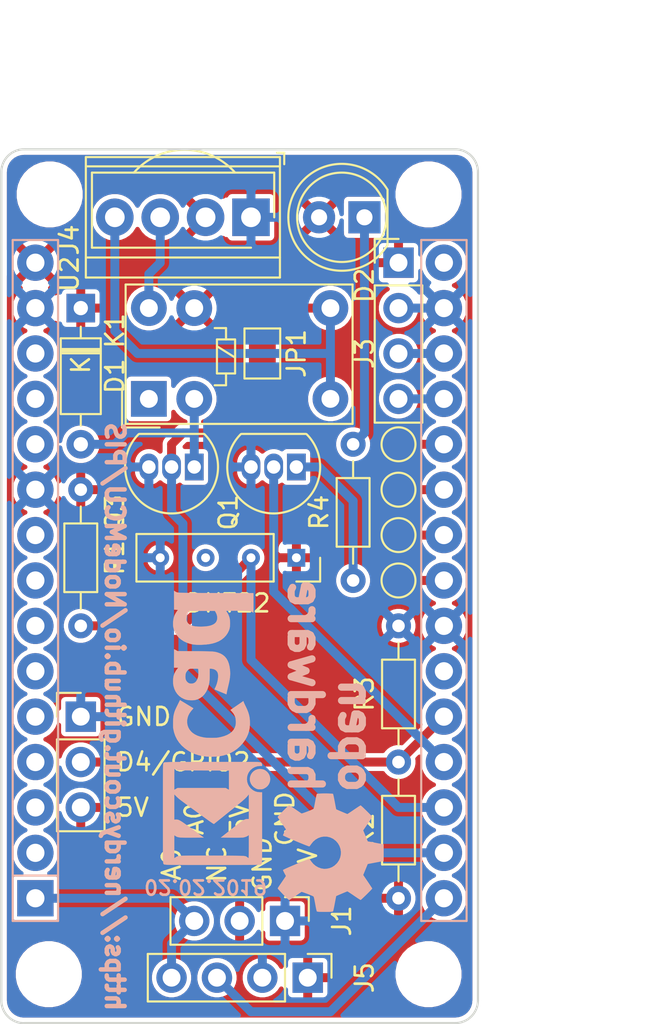
<source format=kicad_pcb>
(kicad_pcb (version 20171130) (host pcbnew 5.1.5-52549c5~86~ubuntu18.04.1)
  (title_block (title NodeMCU_PIS) (date 2020-03-29) (company https://nerdyscout.github.io/NodeMCU/PIS))
  (layers (0 F.Cu mixed) (31 B.Cu mixed) (34 B.Paste user) (35 F.Paste user) (36 B.SilkS user) (37 F.SilkS user) (38 B.Mask user) (39 F.Mask user) (44 Edge.Cuts user))
  (net 0 "")
  (net 1 GND)
  (net 2 +5V)
  (net 3 A0)
  (net 4 RxD)
  (net 5 TxD)
  (net 6 DHT)
  (net 7 "Net-(J4-Pad3)")
  (net 8 Relay)
  (net 9 "Net-(D1-Pad2)")
  (net 10 "Net-(D2-Pad1)")
  (net 11 LED)
  (net 12 "Net-(Q1-Pad1)")
  (net 13 "Net-(TP1-Pad1)")
  (net 14 "Net-(TP2-Pad1)")
  (net 15 "Net-(TP3-Pad1)")
  (net 16 "Net-(TP4-Pad1)")
  (net 17 Dig)
  (net 18 Contact)
  (net 19 "Net-(J4-Pad4)")
  (module Jumper:SolderJumper-2_P1.3mm_Open_Pad1.0x1.5mm (layer F.Cu) (at 133.985 114.3 90)
    (fp_text reference JP1 (at 0 1.905 90) (layer F.SilkS))
    (fp_text value Jumper_2_Open)
    (pad 1 smd rect (at -0.65 0 90) (size 1 1.5) (layers F.Cu F.Mask) (net 8 Relay))
    (pad 2 smd rect (at 0.65 0 90) (size 1 1.5) (layers F.Cu F.Mask) (net 19 "Net-(J4-Pad4)"))
  )
  (module TerminalBlock_TE-Connectivity:TerminalBlock_TE_282834-4_1x04_P2.54mm_Horizontal (layer F.Cu) (at 133.35 106.68 180)
    (fp_text reference J4 (at 10.16 -1.27 270) (layer F.SilkS))
    (fp_text value Screw_Terminal_01x04 hide)
    (pad 4 thru_hole circle (at 7.62 0 180) (size 2.1 2.1) (drill 1.1) (layers *.Cu *.Mask) (net 19 "Net-(J4-Pad4)"))
    (pad 3 thru_hole circle (at 5.08 0 180) (size 2.1 2.1) (drill 1.1) (layers *.Cu *.Mask) (net 7 "Net-(J4-Pad3)"))
    (pad 2 thru_hole circle (at 2.54 0 180) (size 2.1 2.1) (drill 1.1) (layers *.Cu *.Mask) (net 2 +5V))
    (pad 1 thru_hole rect (at 0 0 180) (size 2.1 2.1) (drill 1.1) (layers *.Cu *.Mask) (net 1 GND))
  )
  (module OptoDevice:Vishay_CAST-3Pin (layer F.Cu) (at 133.35 106.68 180)
    (fp_text reference U2 (at 10.16 -3.175 270) (layer F.SilkS))
    (fp_text value TSOP17xx hide)
    (pad 3 thru_hole circle (at 7.62 0 180) (size 1.4 1.4) (drill 0.7) (layers *.Cu *.Mask) (net 19 "Net-(J4-Pad4)"))
    (pad 2 thru_hole circle (at 2.54 0 180) (size 1.4 1.4) (drill 0.7) (layers *.Cu *.Mask) (net 2 +5V))
    (pad 1 thru_hole roundrect (at 0 0 180) (size 1.4 1.4) (drill 0.7) (layers *.Cu *.Mask) (roundrect_rratio 0.178) (net 1 GND))
  )
  (module Connector_PinHeader_2.54mm:PinHeader_1x04_P2.54mm_Vertical (layer F.Cu) (at 136.525 149.225 270)
    (fp_text reference J5 (at 0 -3.175 270) (layer F.SilkS))
    (fp_text value "Resistive Sensor")
    (pad 4 thru_hole oval (at 0 7.62 270) (size 1.7 1.7) (drill 1) (layers *.Cu *.Mask) (net 3 A0))
    (pad 3 thru_hole oval (at 0 5.08 270) (size 1.7 1.7) (drill 1) (layers *.Cu *.Mask) (net 17 Dig))
    (pad 2 thru_hole oval (at 0 2.54 270) (size 1.7 1.7) (drill 1) (layers *.Cu *.Mask) (net 1 GND))
    (pad 1 thru_hole rect (at 0 0 270) (size 1.7 1.7) (drill 1) (layers *.Cu *.Mask) (net 2 +5V))
  )
  (module Connector_PinSocket_2.54mm:PinSocket_1x04_P2.54mm_Vertical (layer F.Cu) (at 135.89 125.73 270)
    (fp_text reference U4 hide)
    (fp_text value DHT11)
    (pad 4 thru_hole oval (at 0 7.62 270) (size 1 1) (drill 0.5) (layers *.Cu *.Mask) (net 1 GND))
    (pad 3 thru_hole oval (at 0 5.08 270) (size 1 1) (drill 0.5) (layers *.Cu *.Mask))
    (pad 2 thru_hole oval (at 0 2.54 270) (size 1 1) (drill 0.5) (layers *.Cu *.Mask) (net 6 DHT))
    (pad 1 thru_hole rect (at 0 0 270) (size 1 1) (drill 0.5) (layers *.Cu *.Mask) (net 2 +5V))
  )
  (module TestPoint:TestPoint_Pad_D1.5mm (layer F.Cu) (at 141.605 119.38)
    (fp_text reference TP4 hide)
    (fp_text value CS)
    (pad 1 smd circle (at 0 0) (size 1.5 1.5) (layers F.Cu F.Mask) (net 16 "Net-(TP4-Pad1)"))
  )
  (module TestPoint:TestPoint_Pad_D1.5mm (layer F.Cu) (at 141.605 121.92)
    (fp_text reference TP3 hide)
    (fp_text value MOSI)
    (pad 1 smd circle (at 0 0) (size 1.5 1.5) (layers F.Cu F.Mask) (net 15 "Net-(TP3-Pad1)"))
  )
  (module TestPoint:TestPoint_Pad_D1.5mm (layer F.Cu) (at 141.605 124.46)
    (fp_text reference TP2 hide)
    (fp_text value MISO)
    (pad 1 smd circle (at 0 0) (size 1.5 1.5) (layers F.Cu F.Mask) (net 14 "Net-(TP2-Pad1)"))
  )
  (module TestPoint:TestPoint_Pad_D1.5mm (layer F.Cu) (at 141.605 127)
    (fp_text reference TP1 hide)
    (fp_text value CLK)
    (pad 1 smd circle (at 0 0) (size 1.5 1.5) (layers F.Cu F.Mask) (net 13 "Net-(TP1-Pad1)"))
  )
  (module Resistor_THT:R_Axial_DIN0204_L3.6mm_D1.6mm_P7.62mm_Horizontal (layer F.Cu) (at 139.065 127 90)
    (fp_text reference R4 (at 3.81 -1.905 90) (layer F.SilkS))
    (fp_text value 100)
    (pad 2 thru_hole oval (at 7.62 0 90) (size 1.4 1.4) (drill 0.7) (layers *.Cu *.Mask) (net 10 "Net-(D2-Pad1)"))
    (pad 1 thru_hole circle (at 0 0 90) (size 1.4 1.4) (drill 0.7) (layers *.Cu *.Mask) (net 12 "Net-(Q1-Pad1)"))
  )
  (module LED_THT:LED_D5.0mm (layer F.Cu) (at 139.7 106.68 180)
    (fp_text reference D2 (at 0 -3.81 270) (layer F.SilkS))
    (fp_text value LED)
    (pad 2 thru_hole circle (at 2.54 0 180) (size 1.8 1.8) (drill 0.9) (layers *.Cu *.Mask) (net 2 +5V))
    (pad 1 thru_hole rect (at 0 0 180) (size 1.8 1.8) (drill 0.9) (layers *.Cu *.Mask) (net 10 "Net-(D2-Pad1)"))
  )
  (module Package_TO_SOT_THT:TO-92_Inline (layer F.Cu) (at 135.89 120.65 180)
    (fp_text reference Q1 (at 3.81 -2.54 270) (layer F.SilkS))
    (fp_text value BC547)
    (pad 1 thru_hole rect (at 0 0 180) (size 1.05 1.5) (drill 0.75) (layers *.Cu *.Mask) (net 12 "Net-(Q1-Pad1)"))
    (pad 3 thru_hole oval (at 2.54 0 180) (size 1.05 1.5) (drill 0.75) (layers *.Cu *.Mask) (net 1 GND))
    (pad 2 thru_hole oval (at 1.27 0 180) (size 1.05 1.5) (drill 0.75) (layers *.Cu *.Mask) (net 11 LED))
  )
  (module Diode_THT:D_DO-35_SOD27_P7.62mm_Horizontal (layer F.Cu) (at 123.825 111.76 270)
    (fp_text reference D1 (at 3.81 -1.905 270) (layer F.SilkS))
    (fp_text value 1N4148)
    (fp_text user K (at 3.175 0 270) (layer F.SilkS))
    (pad 2 thru_hole oval (at 7.62 0 270) (size 1.6 1.6) (drill 0.8) (layers *.Cu *.Mask) (net 9 "Net-(D1-Pad2)"))
    (pad 1 thru_hole rect (at 0 0 270) (size 1.6 1.6) (drill 0.8) (layers *.Cu *.Mask) (net 2 +5V))
  )
  (module Symbol:KiCad-Logo_6mm_SilkScreen (layer B.Cu) (at 131.445 135.255 90)
    (fp_text reference LOGO2 hide)
    (fp_text value Logo_Open_Hardware_Small hide)
  )
  (module Relay_THT:Relay_SPDT_Omron_G5V-1 (layer F.Cu) (at 127.635 116.84 90)
    (fp_text reference K1 (at 3.81 -1.905 270) (layer F.SilkS))
    (fp_text value G5V-1)
    (pad 10 thru_hole circle (at 5.08 0 90) (size 2 2) (drill 1) (layers *.Cu *.Mask) (net 7 "Net-(J4-Pad3)"))
    (pad 9 thru_hole circle (at 5.08 2.54 90) (size 2 2) (drill 1) (layers *.Cu *.Mask) (net 2 +5V))
    (pad 1 thru_hole rect (at 0 0 90) (size 2 2) (drill 1) (layers *.Cu *.Mask))
    (pad 2 thru_hole circle (at 0 2.54 90) (size 2 2) (drill 1) (layers *.Cu *.Mask) (net 9 "Net-(D1-Pad2)"))
    (pad 6 thru_hole circle (at 5.08 10.16 90) (size 2 2) (drill 1) (layers *.Cu *.Mask) (net 19 "Net-(J4-Pad4)"))
    (pad 5 thru_hole circle (at 0 10.16 90) (size 2 2) (drill 1) (layers *.Cu *.Mask) (net 19 "Net-(J4-Pad4)"))
  )
  (module Resistor_THT:R_Axial_DIN0204_L3.6mm_D1.6mm_P7.62mm_Horizontal (layer F.Cu) (at 141.605 129.54 270)
    (fp_text reference R3 (at 3.81 1.905 90) (layer F.SilkS))
    (fp_text value 10k)
    (pad 2 thru_hole oval (at 7.62 0 270) (size 1.4 1.4) (drill 0.7) (layers *.Cu *.Mask) (net 18 Contact))
    (pad 1 thru_hole circle (at 0 0 270) (size 1.4 1.4) (drill 0.7) (layers *.Cu *.Mask) (net 1 GND))
  )
  (module Resistor_THT:R_Axial_DIN0204_L3.6mm_D1.6mm_P7.62mm_Horizontal (layer F.Cu) (at 141.605 137.16 270)
    (fp_text reference R2 (at 3.81 1.905 90) (layer F.SilkS))
    (fp_text value 10k)
    (pad 2 thru_hole oval (at 7.62 0 270) (size 1.4 1.4) (drill 0.7) (layers *.Cu *.Mask) (net 2 +5V))
    (pad 1 thru_hole circle (at 0 0 270) (size 1.4 1.4) (drill 0.7) (layers *.Cu *.Mask) (net 18 Contact))
  )
  (module Package_TO_SOT_THT:TO-92_Inline (layer F.Cu) (at 130.175 120.65 180)
    (fp_text reference Q3 (at 4.445 -2.54 90) (layer F.SilkS))
    (fp_text value BC547)
    (pad 1 thru_hole rect (at 0 0 180) (size 1.05 1.5) (drill 0.75) (layers *.Cu *.Mask) (net 9 "Net-(D1-Pad2)"))
    (pad 3 thru_hole oval (at 2.54 0 180) (size 1.05 1.5) (drill 0.75) (layers *.Cu *.Mask) (net 1 GND))
    (pad 2 thru_hole oval (at 1.27 0 180) (size 1.05 1.5) (drill 0.75) (layers *.Cu *.Mask) (net 8 Relay))
  )
  (module Connector_PinHeader_2.54mm:PinHeader_1x03_P2.54mm_Vertical (layer F.Cu) (at 123.825 134.62)
    (fp_text reference J2 hide)
    (fp_text value Conn_01x03 hide)
    (pad 3 thru_hole oval (at 0 5.08) (size 1.7 1.7) (drill 1) (layers *.Cu *.Mask) (net 2 +5V))
    (pad 2 thru_hole oval (at 0 2.54) (size 1.7 1.7) (drill 1) (layers *.Cu *.Mask) (net 18 Contact))
    (pad 1 thru_hole rect (at 0 0) (size 1.7 1.7) (drill 1) (layers *.Cu *.Mask) (net 1 GND))
  )
  (module Module:NodeMCU_Amica (layer B.Cu) (at 121.285 144.78)
    (fp_text reference U1 hide)
    (fp_text value "NodeMCU1.0(ESP-12E)")
    (pad "" np_thru_hole circle (at 0.75 4.25) (size 3.2 3.2) (drill 3.2) (layers *.Cu *.Mask))
    (pad "" np_thru_hole circle (at 22 4.25) (size 3.2 3.2) (drill 3.2) (layers *.Cu *.Mask))
    (pad "" np_thru_hole circle (at 22 -39.38) (size 3.2 3.2) (drill 3.2) (layers *.Cu *.Mask))
    (pad "" np_thru_hole circle (at 0.8 -39.38) (size 3.2 3.2) (drill 3.2) (layers *.Cu *.Mask))
    (pad 29 thru_hole circle (at 22.86 -2.54) (size 2.032 2.032) (drill 1.016) (layers *.Cu *.Mask) (net 8 Relay))
    (pad 27 thru_hole circle (at 22.86 -7.62) (size 2.032 2.032) (drill 1.016) (layers *.Cu *.Mask) (net 11 LED))
    (pad 28 thru_hole circle (at 22.86 -5.08) (size 2.032 2.032) (drill 1.016) (layers *.Cu *.Mask) (net 6 DHT))
    (pad 20 thru_hole circle (at 22.86 -25.4) (size 2.032 2.032) (drill 1.016) (layers *.Cu *.Mask) (net 16 "Net-(TP4-Pad1)"))
    (pad 21 thru_hole circle (at 22.86 -22.86) (size 2.032 2.032) (drill 1.016) (layers *.Cu *.Mask) (net 15 "Net-(TP3-Pad1)"))
    (pad 23 thru_hole circle (at 22.86 -17.78) (size 2.032 2.032) (drill 1.016) (layers *.Cu *.Mask) (net 13 "Net-(TP1-Pad1)"))
    (pad 22 thru_hole circle (at 22.86 -20.32) (size 2.032 2.032) (drill 1.016) (layers *.Cu *.Mask) (net 14 "Net-(TP2-Pad1)"))
    (pad 16 thru_hole circle (at 22.86 -35.56) (size 2.032 2.032) (drill 1.016) (layers *.Cu *.Mask))
    (pad 24 thru_hole circle (at 22.86 -15.24) (size 2.032 2.032) (drill 1.016) (layers *.Cu *.Mask) (net 1 GND))
    (pad 26 thru_hole circle (at 22.86 -10.16) (size 2.032 2.032) (drill 1.016) (layers *.Cu *.Mask) (net 18 Contact))
    (pad 25 thru_hole circle (at 22.86 -12.7) (size 2.032 2.032) (drill 1.016) (layers *.Cu *.Mask))
    (pad 19 thru_hole circle (at 22.86 -27.94) (size 2.032 2.032) (drill 1.016) (layers *.Cu *.Mask) (net 4 RxD))
    (pad 17 thru_hole circle (at 22.86 -33.02) (size 2.032 2.032) (drill 1.016) (layers *.Cu *.Mask) (net 1 GND))
    (pad 18 thru_hole circle (at 22.86 -30.48) (size 2.032 2.032) (drill 1.016) (layers *.Cu *.Mask) (net 5 TxD))
    (pad 30 thru_hole circle (at 22.86 0) (size 2.032 2.032) (drill 1.016) (layers *.Cu *.Mask) (net 17 Dig))
    (pad 15 thru_hole circle (at 0 -35.56) (size 2.032 2.032) (drill 1.016) (layers *.Cu *.Mask) (net 2 +5V))
    (pad 14 thru_hole circle (at 0 -33.02) (size 2.032 2.032) (drill 1.016) (layers *.Cu *.Mask) (net 1 GND))
    (pad 13 thru_hole circle (at 0 -30.48) (size 2.032 2.032) (drill 1.016) (layers *.Cu *.Mask))
    (pad 12 thru_hole circle (at 0 -27.94) (size 2.032 2.032) (drill 1.016) (layers *.Cu *.Mask))
    (pad 11 thru_hole circle (at 0 -25.4) (size 2.032 2.032) (drill 1.016) (layers *.Cu *.Mask))
    (pad 10 thru_hole circle (at 0 -22.86) (size 2.032 2.032) (drill 1.016) (layers *.Cu *.Mask) (net 1 GND))
    (pad 9 thru_hole circle (at 0 -20.32) (size 2.032 2.032) (drill 1.016) (layers *.Cu *.Mask))
    (pad 8 thru_hole circle (at 0 -17.78) (size 2.032 2.032) (drill 1.016) (layers *.Cu *.Mask))
    (pad 7 thru_hole circle (at 0 -15.24) (size 2.032 2.032) (drill 1.016) (layers *.Cu *.Mask))
    (pad 6 thru_hole circle (at 0 -12.7) (size 2.032 2.032) (drill 1.016) (layers *.Cu *.Mask))
    (pad 5 thru_hole circle (at 0 -10.16) (size 2.032 2.032) (drill 1.016) (layers *.Cu *.Mask))
    (pad 4 thru_hole circle (at 0 -7.62) (size 2.032 2.032) (drill 1.016) (layers *.Cu *.Mask))
    (pad 3 thru_hole circle (at 0 -5.08) (size 2.032 2.032) (drill 1.016) (layers *.Cu *.Mask))
    (pad 2 thru_hole circle (at 0 -2.54) (size 2.032 2.032) (drill 1.016) (layers *.Cu *.Mask))
    (pad 1 thru_hole rect (at 0 0) (size 2.032 2.032) (drill 1.016) (layers *.Cu *.Mask) (net 3 A0))
  )
  (module Connector_PinHeader_2.54mm:PinHeader_1x03_P2.54mm_Vertical (layer F.Cu) (at 135.255 146.05 270)
    (fp_text reference J1 (at 0 -3.175 270) (layer F.SilkS))
    (fp_text value "Capacitive Sensor" hide)
    (pad 3 thru_hole oval (at 0 5.08 270) (size 1.7 1.7) (drill 1) (layers *.Cu *.Mask) (net 3 A0))
    (pad 2 thru_hole oval (at 0 2.54 270) (size 1.7 1.7) (drill 1) (layers *.Cu *.Mask) (net 2 +5V))
    (pad 1 thru_hole rect (at 0 0 270) (size 1.7 1.7) (drill 1) (layers *.Cu *.Mask) (net 1 GND))
  )
  (module Resistor_THT:R_Axial_DIN0204_L3.6mm_D1.6mm_P7.62mm_Horizontal (layer F.Cu) (at 123.825 129.54 90)
    (fp_text reference R1 (at 3.81 1.905 270) (layer F.SilkS))
    (fp_text value 10k)
    (pad 2 thru_hole oval (at 7.62 0 90) (size 1.4 1.4) (drill 0.7) (layers *.Cu *.Mask) (net 2 +5V))
    (pad 1 thru_hole circle (at 0 0 90) (size 1.4 1.4) (drill 0.7) (layers *.Cu *.Mask) (net 6 DHT))
  )
  (module Connector_PinHeader_2.54mm:PinHeader_1x04_P2.54mm_Vertical (layer F.Cu) (at 141.605 109.22)
    (fp_text reference J3 (at -1.905 5.08 90) (layer F.SilkS))
    (fp_text value Serial hide)
    (pad 4 thru_hole oval (at 0 7.62) (size 1.7 1.7) (drill 1) (layers *.Cu *.Mask) (net 4 RxD))
    (pad 3 thru_hole oval (at 0 5.08) (size 1.7 1.7) (drill 1) (layers *.Cu *.Mask) (net 5 TxD))
    (pad 2 thru_hole oval (at 0 2.54) (size 1.7 1.7) (drill 1) (layers *.Cu *.Mask) (net 1 GND))
    (pad 1 thru_hole rect (at 0 0) (size 1.7 1.7) (drill 1) (layers *.Cu *.Mask) (net 2 +5V))
  )
  (module Symbol:OSHW-Symbol_6.7x6mm_SilkScreen (layer B.Cu) (at 137.795 142.24 90)
    (fp_text reference LOGO1 hide)
    (fp_text value Logo_Open_Hardware_Small hide)
  )
  (gr_text D4/GPIO2 (at 125.73 137.16) (layer F.SilkS) (effects (font (size 1 1)) (justify left)))
  (gr_text 5V (at 125.73 139.7) (layer F.SilkS) (effects (font (size 1 1)) (justify left)))
  (gr_text GND (at 125.73 134.62) (layer F.SilkS) (effects (font (size 1 1)) (justify left)))
  (gr_text A0 (at 130.175 140.335 90) (layer F.SilkS) (effects (font (size 1 1))))
  (gr_text 5V (at 136.525 142.875 90) (layer F.SilkS) (effects (font (size 1 1))))
  (gr_text GND (at 133.985 142.875 90) (layer F.SilkS) (effects (font (size 1 1))))
  (gr_text A0 (at 128.905 142.875 90) (layer F.SilkS) (effects (font (size 1 1))))
  (gr_text NC (at 131.445 142.875 90) (layer F.SilkS) (effects (font (size 1 1))))
  (gr_text GND (at 135.255 140.335 90) (layer F.SilkS) (effects (font (size 1 1))))
  (gr_text 5V (at 132.715 140.335 90) (layer F.SilkS) (effects (font (size 1 1))))
  (gr_text DHT22 (at 132.08 128.27) (layer F.SilkS) (effects (font (size 1 1))))
  (gr_text 02.02.2019 (at 130.81 144.145 180) (layer B.SilkS) (effects (font (size 0.8 0.8)) (justify mirror)))
  (gr_text "open\nhardware" (at 137.795 139.065 270) (layer B.SilkS) (effects (font (size 1.75 1.75) (thickness 0.4)) (justify left mirror)))
  (gr_text https://nerdyscout.github.io/NodeMCU/PIS (at 125.73 134.62 270) (layer B.SilkS) (effects (font (size 1 1) (thickness 0.25)) (justify mirror)))
  (gr_arc (start 120.65 104.14489) (end 120.65 102.87489) (angle -90) (layer Edge.Cuts) (width 0.12))
  (gr_arc (start 144.78 150.495) (end 144.78 151.765) (angle -90) (layer Edge.Cuts) (width 0.12))
  (gr_arc (start 144.78 104.14489) (end 146.05 104.14489) (angle -90) (layer Edge.Cuts) (width 0.12))
  (gr_arc (start 120.65 150.49989) (end 119.38 150.49989) (angle -90) (layer Edge.Cuts) (width 0.12))
  (gr_line (start 146.05 150.495) (end 146.05 104.14) (layer Edge.Cuts) (width 0.12))
  (gr_line (start 120.65 151.765) (end 144.78 151.765) (layer Edge.Cuts) (width 0.12))
  (gr_line (start 119.38 104.14) (end 119.38 150.495) (layer Edge.Cuts) (width 0.12))
  (gr_line (start 144.78 102.87489) (end 120.65 102.87489) (layer Edge.Cuts) (width 0.12))
  (segment (start 141.605 111.76) (end 144.145 111.76) (width 0.5) (layer B.Cu) (net 1))
  (segment (start 128.905 149.225) (end 128.905 147.32) (width 0.5) (layer B.Cu) (net 3))
  (segment (start 128.905 147.32) (end 130.175 146.05) (width 0.5) (layer B.Cu) (net 3))
  (segment (start 130.175 146.05) (end 128.905 144.78) (width 0.5) (layer B.Cu) (net 3))
  (segment (start 128.905 144.78) (end 121.285 144.78) (width 0.5) (layer B.Cu) (net 3))
  (segment (start 141.605 116.84) (end 144.145 116.84) (width 0.5) (layer B.Cu) (net 4))
  (segment (start 144.145 114.3) (end 141.605 114.3) (width 0.5) (layer B.Cu) (net 5))
  (segment (start 129.54 129.54) (end 123.825 129.54) (width 0.5) (layer F.Cu) (net 6))
  (segment (start 133.35 125.73) (end 129.54 129.54) (width 0.5) (layer F.Cu) (net 6))
  (segment (start 141.605 139.7) (end 133.35 131.445) (width 0.5) (layer B.Cu) (net 6))
  (segment (start 144.145 139.7) (end 141.605 139.7) (width 0.5) (layer B.Cu) (net 6))
  (segment (start 133.35 125.73) (end 133.35 131.445) (width 0.5) (layer B.Cu) (net 6))
  (segment (start 127.635 111.76) (end 127.635 109.855) (width 0.5) (layer B.Cu) (net 7))
  (segment (start 127.635 109.855) (end 128.27 109.22) (width 0.5) (layer B.Cu) (net 7))
  (segment (start 128.27 109.22) (end 128.27 106.68) (width 0.5) (layer B.Cu) (net 7))
  (segment (start 128.905 123.19) (end 128.905 120.65) (width 0.5) (layer B.Cu) (net 8))
  (segment (start 129.54 132.08) (end 129.54 123.825) (width 0.5) (layer B.Cu) (net 8))
  (segment (start 129.54 123.825) (end 128.905 123.19) (width 0.5) (layer B.Cu) (net 8))
  (segment (start 139.7 142.24) (end 129.54 132.08) (width 0.5) (layer B.Cu) (net 8))
  (segment (start 144.145 142.24) (end 139.7 142.24) (width 0.5) (layer B.Cu) (net 8))
  (segment (start 133.985 115.95) (end 131.19 118.745) (width 0.5) (layer F.Cu) (net 8))
  (segment (start 133.985 114.95) (end 133.985 115.95) (width 0.5) (layer F.Cu) (net 8))
  (segment (start 131.19 118.745) (end 129.54 118.745) (width 0.5) (layer F.Cu) (net 8))
  (segment (start 129.54 118.745) (end 128.905 119.38) (width 0.5) (layer F.Cu) (net 8))
  (segment (start 128.905 119.38) (end 128.905 120.65) (width 0.5) (layer F.Cu) (net 8))
  (segment (start 130.175 120.65) (end 130.175 118.745) (width 0.5) (layer B.Cu) (net 9))
  (segment (start 130.175 118.745) (end 130.175 116.84) (width 0.5) (layer B.Cu) (net 9))
  (segment (start 130.175 118.745) (end 126.365 118.745) (width 0.5) (layer B.Cu) (net 9))
  (segment (start 126.365 118.745) (end 125.73 119.38) (width 0.5) (layer B.Cu) (net 9))
  (segment (start 125.73 119.38) (end 123.825 119.38) (width 0.5) (layer B.Cu) (net 9))
  (segment (start 139.7 106.68) (end 139.7 118.745) (width 0.5) (layer B.Cu) (net 10))
  (segment (start 139.7 118.745) (end 139.065 119.38) (width 0.5) (layer B.Cu) (net 10))
  (segment (start 134.62 127) (end 134.62 120.65) (width 0.5) (layer B.Cu) (net 11))
  (segment (start 144.145 137.16) (end 134.62 127.635) (width 0.5) (layer B.Cu) (net 11))
  (segment (start 134.62 127.635) (end 134.62 127) (width 0.5) (layer B.Cu) (net 11))
  (segment (start 137.16 120.65) (end 135.89 120.65) (width 0.5) (layer B.Cu) (net 12))
  (segment (start 137.16 120.65) (end 139.065 122.555) (width 0.5) (layer B.Cu) (net 12))
  (segment (start 139.065 127) (end 139.065 122.555) (width 0.5) (layer B.Cu) (net 12))
  (segment (start 141.605 127) (end 144.145 127) (width 0.5) (layer F.Cu) (net 13))
  (segment (start 141.605 124.46) (end 144.145 124.46) (width 0.5) (layer F.Cu) (net 14))
  (segment (start 141.605 121.92) (end 144.145 121.92) (width 0.5) (layer F.Cu) (net 15))
  (segment (start 141.605 119.38) (end 144.145 119.38) (width 0.5) (layer F.Cu) (net 16))
  (segment (start 137.795 151.13) (end 141.2875 147.6375) (width 0.5) (layer B.Cu) (net 17))
  (segment (start 131.445 149.225) (end 133.35 151.13) (width 0.5) (layer B.Cu) (net 17))
  (segment (start 141.2875 147.6375) (end 144.145 144.78) (width 0.5) (layer B.Cu) (net 17))
  (segment (start 133.35 151.13) (end 137.795 151.13) (width 0.5) (layer B.Cu) (net 17))
  (segment (start 123.825 137.16) (end 141.605 137.16) (width 0.5) (layer F.Cu) (net 18))
  (segment (start 141.605 137.16) (end 144.145 134.62) (width 0.5) (layer F.Cu) (net 18))
  (segment (start 137.795 114.3) (end 127 114.3) (width 0.5) (layer B.Cu) (net 19))
  (segment (start 137.795 116.84) (end 137.795 114.3) (width 0.5) (layer B.Cu) (net 19))
  (segment (start 137.795 114.3) (end 137.795 111.76) (width 0.5) (layer B.Cu) (net 19))
  (segment (start 127 114.3) (end 125.73 113.03) (width 0.5) (layer B.Cu) (net 19))
  (segment (start 125.73 113.03) (end 125.73 106.68) (width 0.5) (layer B.Cu) (net 19))
  (segment (start 137.795 111.76) (end 136.380787 111.76) (width 0.5) (layer F.Cu) (net 19))
  (segment (start 136.380787 111.76) (end 134.62 111.76) (width 0.5) (layer F.Cu) (net 19))
  (segment (start 134.62 111.76) (end 133.985 112.395) (width 0.5) (layer F.Cu) (net 19))
  (segment (start 133.985 112.395) (end 133.985 113.665) (width 0.5) (layer F.Cu) (net 19))
  (zone (net 1) (net_name GND) (layer B.Cu) (connect_pads (clearance 0.25)) (min_thickness 0.25) (fill yes (arc_segments 16) (thermal_gap 0.5) (thermal_bridge_width 0.5))
    (polygon (pts (xy 146.05 151.765) (xy 119.38 151.765) (xy 119.38 102.87) (xy 146.05 102.87)))
  )
  (zone (net 2) (net_name +5V) (layer F.Cu) (connect_pads (clearance 0.25)) (min_thickness 0.25) (fill yes (arc_segments 16) (thermal_gap 0.5) (thermal_bridge_width 0.5))
    (polygon (pts (xy 146.05 151.765) (xy 119.38 151.765) (xy 119.38 102.87) (xy 146.05 102.87)))
  )
)
</source>
